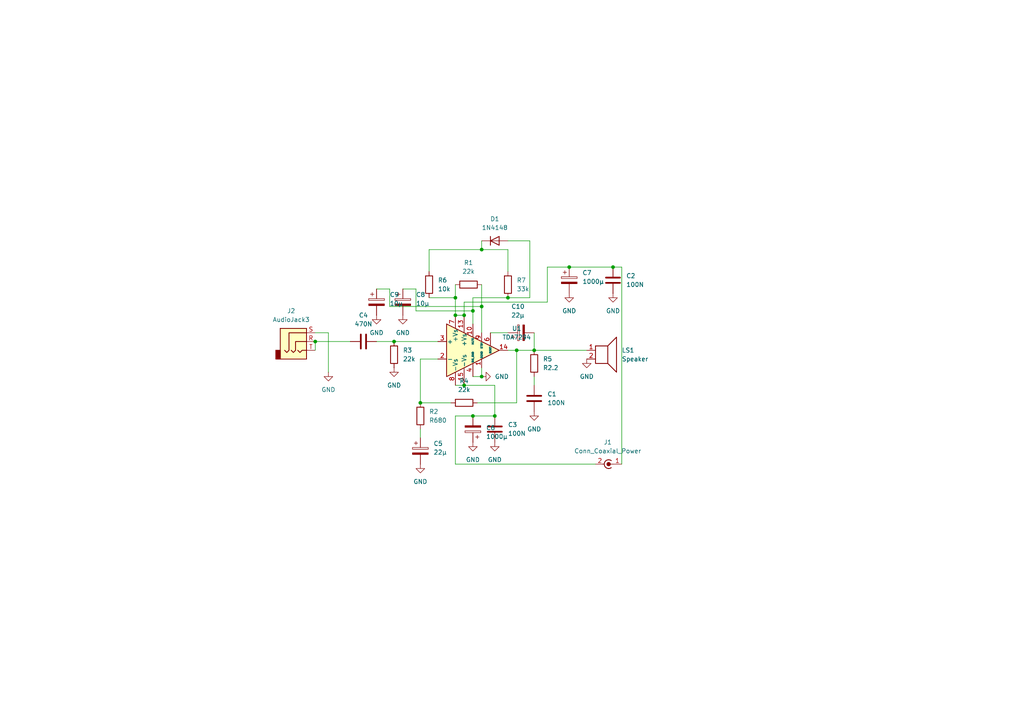
<source format=kicad_sch>
(kicad_sch (version 20231120) (generator "eeschema") (generator_version "8.0")
  (paper "A4")
  (lib_symbols
    (symbol "Amplifier_Audio:TDA7294" (pin_names (offset 0.127))
      (property "Reference" "U" (at 10.16 6.35 0))
      (property "Value" "TDA7294" (at 10.16 3.81 0))
      (symbol "TDA7294_0_1"
        (polyline (pts (xy -7.62 7.62) (xy 7.62 0) (xy -7.62 -7.62) (xy -7.62 7.62)) (stroke (width 0.254)) (fill (type background)))
      )
      (symbol "TDA7294_1_1"
        (pin power_in line (at 2.54 -5.08 90) (length 2.54) (name "SGND") (number "1"))
        (pin input line (at 0 7.62 270) (length 3.81) (name "MUTE") (number "10"))
        (pin no_connect line (at 0 2.54 270) (length 2.54) hide (name "NC") (number "11"))
        (pin no_connect line (at 2.54 2.54 270) (length 2.54) hide (name "NC") (number "12"))
        (pin power_in line (at -2.54 10.16 270) (length 5.08) (name "+Vs") (number "13"))
        (pin output line (at 10.16 0 180) (length 2.54) (name "~") (number "14"))
        (pin power_in line (at -2.54 -10.16 90) (length 5.08) (name "-Vs") (number "15"))
        (pin input line (at -10.16 -2.54 0) (length 2.54) (name "-") (number "2"))
        (pin input line (at -10.16 2.54 0) (length 2.54) (name "+") (number "3"))
        (pin power_in line (at 0 -7.62 90) (length 3.81) (name "SIG_GND") (number "4"))
        (pin no_connect line (at -2.54 2.54 270) (length 2.54) hide (name "NC") (number "5"))
        (pin passive line (at 5.08 5.08 270) (length 3.81) (name "BOOT") (number "6"))
        (pin power_in line (at -5.08 10.16 270) (length 3.81) (name "+Vs") (number "7"))
        (pin power_in line (at -5.08 -10.16 90) (length 3.81) (name "-Vs") (number "8"))
        (pin input line (at 2.54 5.08 270) (length 2.54) (name "STBY") (number "9"))
      )
    )
    (symbol "Connector:Conn_Coaxial_Power" (pin_names (offset 1.016) hide)
      (property "Reference" "J" (at -5.08 -1.27 90))
      (property "Value" "Conn_Coaxial_Power" (at -3.175 -1.27 90))
      (symbol "Conn_Coaxial_Power_0_1"
        (arc (start -1.27 -1.27) (mid 0 -2.5345) (end 1.27 -1.27) (stroke (width 0.254)))
        (arc (start -1.016 -0.508) (mid -1.2048 -0.8684) (end -1.27 -1.27) (stroke (width 0.254)))
        (circle (center 0 -1.27) (radius 0.508) (stroke (width 0.2032)) (fill (type outline)))
        (polyline (pts (xy 0 -2.54) (xy 0 -3.048)))
        (polyline (pts (xy 0 0) (xy 0 -1.27)))
        (arc (start 1.27 -1.27) (mid 1.2048 -0.8684) (end 1.016 -0.508) (stroke (width 0.254)))
      )
      (symbol "Conn_Coaxial_Power_1_1"
        (pin passive line (at 0 2.54 270) (length 2.54) (name "In") (number "1"))
        (pin passive line (at 0 -5.08 90) (length 2.54) (name "Ext") (number "2"))
      )
    )
    (symbol "Connector_Audio:AudioJack3"
      (property "Reference" "J" (at 0 8.89 0))
      (property "Value" "AudioJack3" (at 0 6.35 0))
      (symbol "AudioJack3_0_1"
        (rectangle (start -5.08 -5.08) (end -6.35 -2.54) (stroke (width 0.254)) (fill (type outline)))
        (polyline (pts (xy 0 -2.54) (xy 0.635 -3.175) (xy 1.27 -2.54) (xy 2.54 -2.54)) (stroke (width 0.254)))
        (polyline (pts (xy -1.905 -2.54) (xy -1.27 -3.175) (xy -0.635 -2.54) (xy -0.635 0) (xy 2.54 0)) (stroke (width 0.254)))
        (polyline (pts (xy 2.54 2.54) (xy -2.54 2.54) (xy -2.54 -2.54) (xy -3.175 -3.175) (xy -3.81 -2.54)) (stroke (width 0.254)))
        (rectangle (start 2.54 3.81) (end -5.08 -5.08) (stroke (width 0.254)) (fill (type background)))
      )
      (symbol "AudioJack3_1_1"
        (pin passive line (at 5.08 0 180) (length 2.54) (name "~") (number "R"))
        (pin passive line (at 5.08 2.54 180) (length 2.54) (name "~") (number "S"))
        (pin passive line (at 5.08 -2.54 180) (length 2.54) (name "~") (number "T"))
      )
    )
    (symbol "Device:C" (pin_numbers hide) (pin_names (offset 0.254))
      (property "Reference" "C" (at 0.635 2.54 0))
      (property "Value" "C" (at 0.635 -2.54 0))
      (symbol "C_0_1"
        (polyline (pts (xy -2.032 -0.762) (xy 2.032 -0.762)) (stroke (width 0.508)))
        (polyline (pts (xy -2.032 0.762) (xy 2.032 0.762)) (stroke (width 0.508)))
      )
      (symbol "C_1_1"
        (pin passive line (at 0 3.81 270) (length 2.794) (name "~") (number "1"))
        (pin passive line (at 0 -3.81 90) (length 2.794) (name "~") (number "2"))
      )
    )
    (symbol "Device:C_Polarized" (pin_numbers hide) (pin_names (offset 0.254))
      (property "Reference" "C" (at 0.635 2.54 0))
      (property "Value" "C_Polarized" (at 0.635 -2.54 0))
      (symbol "C_Polarized_0_1"
        (rectangle (start -2.286 0.508) (end 2.286 1.016))
        (polyline (pts (xy -1.778 2.286) (xy -0.762 2.286)))
        (polyline (pts (xy -1.27 2.794) (xy -1.27 1.778)))
        (rectangle (start 2.286 -0.508) (end -2.286 -1.016) (fill (type outline)))
      )
      (symbol "C_Polarized_1_1"
        (pin passive line (at 0 3.81 270) (length 2.794) (name "~") (number "1"))
        (pin passive line (at 0 -3.81 90) (length 2.794) (name "~") (number "2"))
      )
    )
    (symbol "Device:R" (pin_numbers hide) (pin_names (offset 0))
      (property "Reference" "R" (at 2.032 0 90))
      (property "Value" "R" (at 0 0 90))
      (symbol "R_0_1"
        (rectangle (start -1.016 -2.54) (end 1.016 2.54) (stroke (width 0.254)))
      )
      (symbol "R_1_1"
        (pin passive line (at 0 3.81 270) (length 1.27) (name "~") (number "1"))
        (pin passive line (at 0 -3.81 90) (length 1.27) (name "~") (number "2"))
      )
    )
    (symbol "Device:Speaker" (pin_names (offset 0) hide)
      (property "Reference" "LS" (at 1.27 5.715 0))
      (property "Value" "Speaker" (at 1.27 3.81 0))
      (symbol "Speaker_0_0"
        (rectangle (start -2.54 1.27) (end 1.016 -3.81) (stroke (width 0.254)))
        (polyline (pts (xy 1.016 1.27) (xy 3.556 3.81) (xy 3.556 -6.35) (xy 1.016 -3.81)) (stroke (width 0.254)))
      )
      (symbol "Speaker_1_1"
        (pin input line (at -5.08 0 0) (length 2.54) (name "1") (number "1"))
        (pin input line (at -5.08 -2.54 0) (length 2.54) (name "2") (number "2"))
      )
    )
    (symbol "Diode:1N4148" (pin_numbers hide) (pin_names hide)
      (property "Reference" "D" (at 0 2.54 0))
      (property "Value" "1N4148" (at 0 -2.54 0))
      (symbol "1N4148_0_1"
        (polyline (pts (xy -1.27 1.27) (xy -1.27 -1.27)) (stroke (width 0.254)))
        (polyline (pts (xy 1.27 0) (xy -1.27 0)))
        (polyline (pts (xy 1.27 1.27) (xy 1.27 -1.27) (xy -1.27 0) (xy 1.27 1.27)) (stroke (width 0.254)))
      )
      (symbol "1N4148_1_1"
        (pin passive line (at -3.81 0 0) (length 2.54) (name "K") (number "1"))
        (pin passive line (at 3.81 0 180) (length 2.54) (name "A") (number "2"))
      )
    )
    (symbol "R_1" (pin_numbers hide) (pin_names (offset 0))
      (property "Reference" "R" (at 2.032 0 90))
      (property "Value" "R" (at 0 0 90))
      (symbol "R_1_0_1"
        (rectangle (start -1.016 -2.54) (end 1.016 2.54) (stroke (width 0.254)))
      )
      (symbol "R_1_1_1"
        (pin passive line (at 0 3.81 270) (length 1.27) (name "~") (number "1"))
        (pin passive line (at 0 -3.81 90) (length 1.27) (name "~") (number "2"))
      )
    )
    (symbol "power:GND" (power) (pin_numbers hide) (pin_names (offset 0) hide)
      (property "Value" "GND" (at 0 -3.81 0))
      (symbol "GND_0_1"
        (polyline (pts (xy 0 0) (xy 0 -1.27) (xy 1.27 -1.27) (xy 0 -2.54) (xy -1.27 -1.27) (xy 0 -1.27)))
      )
      (symbol "GND_1_1"
        (pin power_in line (at 0 0 270) (length 0) (name "~") (number "1"))
      )
    )
  )
  (junction (at 121.92 116.84))
  (junction (at 132.08 86.36))
  (junction (at 165.1 77.47))
  (junction (at 143.51 120.65))
  (junction (at 139.7 72.39))
  (junction (at 132.08 91.44))
  (junction (at 139.7 109.22))
  (junction (at 114.3 99.06))
  (junction (at 147.32 86.36))
  (junction (at 154.94 101.6))
  (junction (at 139.7 88.9))
  (junction (at 91.44 99.06))
  (junction (at 137.16 120.65))
  (junction (at 177.8 77.47))
  (junction (at 137.16 90.17))
  (junction (at 149.86 101.6))
  (junction (at 134.62 91.44))
  (junction (at 134.62 111.76))
  (wire (pts (xy 154.94 101.6) (xy 170.18 101.6)))
  (wire (pts (xy 180.34 134.62) (xy 180.34 77.47)))
  (wire (pts (xy 132.08 82.55) (xy 132.08 86.36)))
  (wire (pts (xy 127 104.14) (xy 121.92 104.14)))
  (wire (pts (xy 132.08 120.65) (xy 137.16 120.65)))
  (wire (pts (xy 132.08 91.44) (xy 134.62 91.44)))
  (wire (pts (xy 147.32 72.39) (xy 139.7 72.39)))
  (wire (pts (xy 120.65 83.82) (xy 116.84 83.82)))
  (wire (pts (xy 165.1 77.47) (xy 177.8 77.47)))
  (wire (pts (xy 95.25 96.52) (xy 95.25 107.95)))
  (wire (pts (xy 113.03 88.9) (xy 113.03 83.82)))
  (wire (pts (xy 139.7 109.22) (xy 139.7 106.68)))
  (wire (pts (xy 137.16 109.22) (xy 139.7 109.22)))
  (wire (pts (xy 132.08 86.36) (xy 132.08 91.44)))
  (wire (pts (xy 147.32 86.36) (xy 137.16 86.36)))
  (wire (pts (xy 134.62 87.63) (xy 158.75 87.63)))
  (wire (pts (xy 91.44 96.52) (xy 95.25 96.52)))
  (wire (pts (xy 137.16 90.17) (xy 120.65 90.17)))
  (wire (pts (xy 109.22 99.06) (xy 114.3 99.06)))
  (wire (pts (xy 124.46 86.36) (xy 132.08 86.36)))
  (wire (pts (xy 142.24 96.52) (xy 147.32 96.52)))
  (wire (pts (xy 134.62 111.76) (xy 143.51 111.76)))
  (wire (pts (xy 172.72 134.62) (xy 132.08 134.62)))
  (wire (pts (xy 153.67 69.85) (xy 153.67 86.36)))
  (wire (pts (xy 121.92 104.14) (xy 121.92 116.84)))
  (wire (pts (xy 147.32 78.74) (xy 147.32 72.39)))
  (wire (pts (xy 138.43 116.84) (xy 149.86 116.84)))
  (wire (pts (xy 139.7 88.9) (xy 113.03 88.9)))
  (wire (pts (xy 139.7 88.9) (xy 139.7 96.52)))
  (wire (pts (xy 147.32 69.85) (xy 153.67 69.85)))
  (wire (pts (xy 114.3 99.06) (xy 127 99.06)))
  (wire (pts (xy 132.08 111.76) (xy 134.62 111.76)))
  (wire (pts (xy 121.92 116.84) (xy 130.81 116.84)))
  (wire (pts (xy 137.16 90.17) (xy 137.16 93.98)))
  (wire (pts (xy 91.44 99.06) (xy 101.6 99.06)))
  (wire (pts (xy 139.7 69.85) (xy 139.7 72.39)))
  (wire (pts (xy 154.94 96.52) (xy 154.94 101.6)))
  (wire (pts (xy 134.62 91.44) (xy 134.62 87.63)))
  (wire (pts (xy 137.16 120.65) (xy 143.51 120.65)))
  (wire (pts (xy 91.44 99.06) (xy 91.44 101.6)))
  (wire (pts (xy 154.94 109.22) (xy 154.94 111.76)))
  (wire (pts (xy 149.86 116.84) (xy 149.86 101.6)))
  (wire (pts (xy 143.51 111.76) (xy 143.51 120.65)))
  (wire (pts (xy 147.32 101.6) (xy 149.86 101.6)))
  (wire (pts (xy 139.7 72.39) (xy 124.46 72.39)))
  (wire (pts (xy 149.86 101.6) (xy 154.94 101.6)))
  (wire (pts (xy 137.16 86.36) (xy 137.16 90.17)))
  (wire (pts (xy 121.92 124.46) (xy 121.92 127)))
  (wire (pts (xy 158.75 77.47) (xy 165.1 77.47)))
  (wire (pts (xy 124.46 72.39) (xy 124.46 78.74)))
  (wire (pts (xy 158.75 87.63) (xy 158.75 77.47)))
  (wire (pts (xy 180.34 77.47) (xy 177.8 77.47)))
  (wire (pts (xy 132.08 120.65) (xy 132.08 134.62)))
  (wire (pts (xy 120.65 90.17) (xy 120.65 83.82)))
  (wire (pts (xy 153.67 86.36) (xy 147.32 86.36)))
  (wire (pts (xy 113.03 83.82) (xy 109.22 83.82)))
  (wire (pts (xy 139.7 82.55) (xy 139.7 88.9)))
  (symbol (lib_id "power:GND") (at 170.18 104.14 0) (unit 1)
    (property "Reference" "#PWR04" (effects (hide yes)))
    (property "Value" "GND" (at 170.18 109.22 0))
    (property "Description" "Power symbol creates a global label with name \"GND\" , ground" (effects (hide yes)))
  )
  (symbol (lib_id "power:GND") (at 139.7 109.22 90) (unit 1)
    (property "Reference" "#PWR014" (effects (hide yes)))
    (property "Value" "GND" (at 143.51 109.2199 90) (effects (justify right)))
    (property "Description" "Power symbol creates a global label with name \"GND\" , ground" (effects (hide yes)))
  )
  (symbol (lib_id "Device:C_Polarized") (at 137.16 124.46 180) (unit 1)
    (property "Reference" "C6" (at 140.97 124.0789 0) (effects (justify right)))
    (property "Value" "1000µ" (at 140.97 126.6189 0) (effects (justify right)))
    (property "Footprint" "Capacitor_THT:CP_Radial_D16.0mm_P7.50mm" (effects (hide yes)))
    (property "Description" "Polarized capacitor" (effects (hide yes)))
  )
  (symbol (lib_id "power:GND") (at 109.22 91.44 0) (unit 1)
    (property "Reference" "#PWR08" (effects (hide yes)))
    (property "Value" "GND" (at 109.22 96.52 0))
    (property "Description" "Power symbol creates a global label with name \"GND\" , ground" (effects (hide yes)))
  )
  (symbol (lib_name "R_1") (lib_id "Device:R") (at 124.46 82.55 180) (unit 1)
    (property "Reference" "R6" (at 127 81.2799 0) (effects (justify right)))
    (property "Value" "10k" (at 127 83.8199 0) (effects (justify right)))
    (property "Footprint" "Resistor_THT:R_Axial_DIN0414_L11.9mm_D4.5mm_P15.24mm_Horizontal" (effects (hide yes)))
    (property "Description" "Resistor" (effects (hide yes)))
  )
  (symbol (lib_id "Connector_Audio:AudioJack3") (at 86.36 99.06 0) (unit 1)
    (property "Reference" "J2" (at 84.455 90.17 0))
    (property "Value" "AudioJack3" (at 84.455 92.71 0))
    (property "Description" "Audio Jack, 3 Poles (Stereo / TRS)" (effects (hide yes)))
  )
  (symbol (lib_id "Device:C_Polarized") (at 165.1 81.28 0) (unit 1)
    (property "Reference" "C7" (at 168.91 79.1209 0) (effects (justify left)))
    (property "Value" "1000µ" (at 168.91 81.6609 0) (effects (justify left)))
    (property "Footprint" "Capacitor_THT:CP_Radial_D16.0mm_P7.50mm" (effects (hide yes)))
    (property "Description" "Polarized capacitor" (effects (hide yes)))
  )
  (symbol (lib_id "Device:C_Polarized") (at 121.92 130.81 0) (unit 1)
    (property "Reference" "C5" (at 125.73 128.6509 0) (effects (justify left)))
    (property "Value" "22µ" (at 125.73 131.1909 0) (effects (justify left)))
    (property "Footprint" "Capacitor_THT:CP_Axial_L10.0mm_D6.0mm_P15.00mm_Horizontal" (effects (hide yes)))
    (property "Description" "Polarized capacitor" (effects (hide yes)))
  )
  (symbol (lib_id "Device:C") (at 105.41 99.06 90) (unit 1)
    (property "Reference" "C4" (at 105.41 91.44 90))
    (property "Value" "470N" (at 105.41 93.98 90))
    (property "Footprint" "Capacitor_SMD:C_1206_3216Metric_Pad1.33x1.80mm_HandSolder" (effects (hide yes)))
    (property "Description" "Unpolarized capacitor" (effects (hide yes)))
  )
  (symbol (lib_id "Device:R") (at 114.3 102.87 180) (unit 1)
    (property "Reference" "R3" (at 116.84 101.5999 0) (effects (justify right)))
    (property "Value" "22k" (at 116.84 104.1399 0) (effects (justify right)))
    (property "Footprint" "Resistor_THT:R_Axial_DIN0414_L11.9mm_D4.5mm_P15.24mm_Horizontal" (effects (hide yes)))
    (property "Description" "Resistor" (effects (hide yes)))
  )
  (symbol (lib_id "power:GND") (at 177.8 85.09 0) (unit 1)
    (property "Reference" "#PWR011" (effects (hide yes)))
    (property "Value" "GND" (at 177.8 90.17 0))
    (property "Description" "Power symbol creates a global label with name \"GND\" , ground" (effects (hide yes)))
  )
  (symbol (lib_id "power:GND") (at 165.1 85.09 0) (unit 1)
    (property "Reference" "#PWR010" (effects (hide yes)))
    (property "Value" "GND" (at 165.1 90.17 0))
    (property "Description" "Power symbol creates a global label with name \"GND\" , ground" (effects (hide yes)))
  )
  (symbol (lib_id "Device:Speaker") (at 175.26 101.6 0) (unit 1)
    (property "Reference" "LS1" (at 180.34 101.5999 0) (effects (justify left)))
    (property "Value" "Speaker" (at 180.34 104.1399 0) (effects (justify left)))
    (property "Footprint" "TerminalBlock_Phoenix:TerminalBlock_Phoenix_MKDS-1,5-2-5.08_1x02_P5.08mm_Horizontal" (effects (hide yes)))
    (property "Description" "Speaker" (effects (hide yes)))
  )
  (symbol (lib_id "Device:C") (at 154.94 115.57 0) (unit 1)
    (property "Reference" "C1" (at 158.75 114.2999 0) (effects (justify left)))
    (property "Value" "100N" (at 158.75 116.8399 0) (effects (justify left)))
    (property "Footprint" "Capacitor_SMD:C_1206_3216Metric_Pad1.33x1.80mm_HandSolder" (effects (hide yes)))
    (property "Description" "Unpolarized capacitor" (effects (hide yes)))
  )
  (symbol (lib_id "Device:R") (at 147.32 82.55 0) (unit 1)
    (property "Reference" "R7" (at 149.86 81.2799 0) (effects (justify left)))
    (property "Value" "33k" (at 149.86 83.8199 0) (effects (justify left)))
    (property "Footprint" "Resistor_THT:R_Axial_DIN0414_L11.9mm_D4.5mm_P15.24mm_Horizontal" (effects (hide yes)))
    (property "Description" "Resistor" (effects (hide yes)))
  )
  (symbol (lib_id "power:GND") (at 137.16 128.27 0) (unit 1)
    (property "Reference" "#PWR06" (effects (hide yes)))
    (property "Value" "GND" (at 137.16 133.35 0))
    (property "Description" "Power symbol creates a global label with name \"GND\" , ground" (effects (hide yes)))
  )
  (symbol (lib_id "power:GND") (at 154.94 119.38 0) (unit 1)
    (property "Reference" "#PWR03" (effects (hide yes)))
    (property "Value" "GND" (at 154.94 124.46 0))
    (property "Description" "Power symbol creates a global label with name \"GND\" , ground" (effects (hide yes)))
  )
  (symbol (lib_id "Device:C_Polarized") (at 116.84 87.63 0) (unit 1)
    (property "Reference" "C8" (at 120.65 85.4709 0) (effects (justify left)))
    (property "Value" "10µ" (at 120.65 88.0109 0) (effects (justify left)))
    (property "Footprint" "Capacitor_THT:CP_Radial_D16.0mm_P7.50mm" (effects (hide yes)))
    (property "Description" "Polarized capacitor" (effects (hide yes)))
  )
  (symbol (lib_id "Device:C_Polarized") (at 151.13 96.52 90) (unit 1)
    (property "Reference" "C10" (at 150.241 88.9 90))
    (property "Value" "22µ" (at 150.241 91.44 90))
    (property "Footprint" "Capacitor_THT:CP_Axial_L10.0mm_D6.0mm_P15.00mm_Horizontal" (effects (hide yes)))
    (property "Description" "Polarized capacitor" (effects (hide yes)))
  )
  (symbol (lib_id "power:GND") (at 114.3 106.68 0) (unit 1)
    (property "Reference" "#PWR013" (effects (hide yes)))
    (property "Value" "GND" (at 114.3 111.76 0))
    (property "Description" "Power symbol creates a global label with name \"GND\" , ground" (effects (hide yes)))
  )
  (symbol (lib_id "power:GND") (at 95.25 107.95 0) (unit 1)
    (property "Reference" "#PWR01" (effects (hide yes)))
    (property "Value" "GND" (at 95.25 113.03 0))
    (property "Description" "Power symbol creates a global label with name \"GND\" , ground" (effects (hide yes)))
  )
  (symbol (lib_id "power:GND") (at 116.84 91.44 0) (unit 1)
    (property "Reference" "#PWR09" (effects (hide yes)))
    (property "Value" "GND" (at 116.84 96.52 0))
    (property "Description" "Power symbol creates a global label with name \"GND\" , ground" (effects (hide yes)))
  )
  (symbol (lib_id "Device:C") (at 143.51 124.46 0) (unit 1)
    (property "Reference" "C3" (at 147.32 123.1899 0) (effects (justify left)))
    (property "Value" "100N" (at 147.32 125.7299 0) (effects (justify left)))
    (property "Footprint" "Capacitor_SMD:C_1206_3216Metric_Pad1.33x1.80mm_HandSolder" (effects (hide yes)))
    (property "Description" "Unpolarized capacitor" (effects (hide yes)))
  )
  (symbol (lib_id "power:GND") (at 121.92 134.62 0) (unit 1)
    (property "Reference" "#PWR02" (effects (hide yes)))
    (property "Value" "GND" (at 121.92 139.7 0))
    (property "Description" "Power symbol creates a global label with name \"GND\" , ground" (effects (hide yes)))
  )
  (symbol (lib_id "Device:R") (at 134.62 116.84 270) (unit 1)
    (property "Reference" "R4" (at 134.62 110.49 90))
    (property "Value" "22k" (at 134.62 113.03 90))
    (property "Footprint" "Resistor_THT:R_Axial_DIN0414_L11.9mm_D4.5mm_P15.24mm_Horizontal" (effects (hide yes)))
    (property "Description" "Resistor" (effects (hide yes)))
  )
  (symbol (lib_id "power:GND") (at 143.51 128.27 0) (unit 1)
    (property "Reference" "#PWR05" (effects (hide yes)))
    (property "Value" "GND" (at 143.51 133.35 0))
    (property "Description" "Power symbol creates a global label with name \"GND\" , ground" (effects (hide yes)))
  )
  (symbol (lib_id "Device:R") (at 135.89 82.55 90) (unit 1)
    (property "Reference" "R1" (at 135.89 76.2 90))
    (property "Value" "22k" (at 135.89 78.74 90))
    (property "Footprint" "Resistor_THT:R_Axial_DIN0414_L11.9mm_D4.5mm_P15.24mm_Horizontal" (effects (hide yes)))
    (property "Description" "Resistor" (effects (hide yes)))
  )
  (symbol (lib_id "Amplifier_Audio:TDA7294") (at 137.16 101.6 0) (unit 1)
    (property "Reference" "U1" (at 149.86 95.2814 0))
    (property "Value" "TDA7294" (at 149.86 97.8214 0))
    (property "Footprint" "Package_TO_SOT_THT:TO-220-15_P2.54x2.54mm_StaggerOdd_Lead4.58mm_Vertical" (effects (hide yes)))
    (property "Datasheet" "http://www.st.com/resource/en/datasheet/tda7294.pdf" (effects (hide yes)))
    (property "Description" "100V - 100W DMOS Audio Amplifier with Mute/St-by, TO-220-15" (effects (hide yes)))
  )
  (symbol (lib_id "Connector:Conn_Coaxial_Power") (at 177.8 134.62 270) (unit 1)
    (property "Reference" "J1" (at 176.276 128.27 90))
    (property "Value" "Conn_Coaxial_Power" (at 176.276 130.81 90))
    (property "Footprint" "KiCad:PJ202AH" (effects (hide yes)))
    (property "Description" "coaxial connector (BNC, SMA, SMB, SMC, Cinch/RCA, LEMO, ...)" (effects (hide yes)))
  )
  (symbol (lib_id "Diode:1N4148") (at 143.51 69.85 0) (unit 1)
    (property "Reference" "D1" (at 143.51 63.5 0))
    (property "Value" "1N4148" (at 143.51 66.04 0))
    (property "Footprint" "Diode_THT:D_DO-35_SOD27_P7.62mm_Horizontal" (effects (hide yes)))
    (property "Datasheet" "https://assets.nexperia.com/documents/data-sheet/1N4148_1N4448.pdf" (effects (hide yes)))
    (property "Description" "100V 0.15A standard switching diode, DO-35" (effects (hide yes)))
    (property "Sim.Device" "D" (effects (hide yes)))
    (property "Sim.Pins" "1=K 2=A" (effects (hide yes)))
  )
  (symbol (lib_id "Device:R") (at 121.92 120.65 180) (unit 1)
    (property "Reference" "R2" (at 124.46 119.3799 0) (effects (justify right)))
    (property "Value" "R680" (at 124.46 121.9199 0) (effects (justify right)))
    (property "Footprint" "Resistor_THT:R_Axial_DIN0414_L11.9mm_D4.5mm_P15.24mm_Horizontal" (effects (hide yes)))
    (property "Description" "Resistor" (effects (hide yes)))
  )
  (symbol (lib_id "Device:C_Polarized") (at 109.22 87.63 0) (unit 1)
    (property "Reference" "C9" (at 113.03 85.4709 0) (effects (justify left)))
    (property "Value" "10µ" (at 113.03 88.0109 0) (effects (justify left)))
    (property "Footprint" "Capacitor_THT:CP_Radial_D16.0mm_P7.50mm" (effects (hide yes)))
    (property "Description" "Polarized capacitor" (effects (hide yes)))
  )
  (symbol (lib_id "Device:R") (at 154.94 105.41 0) (unit 1)
    (property "Reference" "R5" (at 157.48 104.1399 0) (effects (justify left)))
    (property "Value" "R2.2" (at 157.48 106.6799 0) (effects (justify left)))
    (property "Footprint" "Resistor_THT:R_Axial_DIN0414_L11.9mm_D4.5mm_P15.24mm_Horizontal" (effects (hide yes)))
    (property "Description" "Resistor" (effects (hide yes)))
  )
  (symbol (lib_id "Device:C") (at 177.8 81.28 0) (unit 1)
    (property "Reference" "C2" (at 181.61 80.0099 0) (effects (justify left)))
    (property "Value" "100N" (at 181.61 82.5499 0) (effects (justify left)))
    (property "Footprint" "Capacitor_SMD:C_1206_3216Metric_Pad1.33x1.80mm_HandSolder" (effects (hide yes)))
    (property "Description" "Unpolarized capacitor" (effects (hide yes)))
  )
)
</source>
